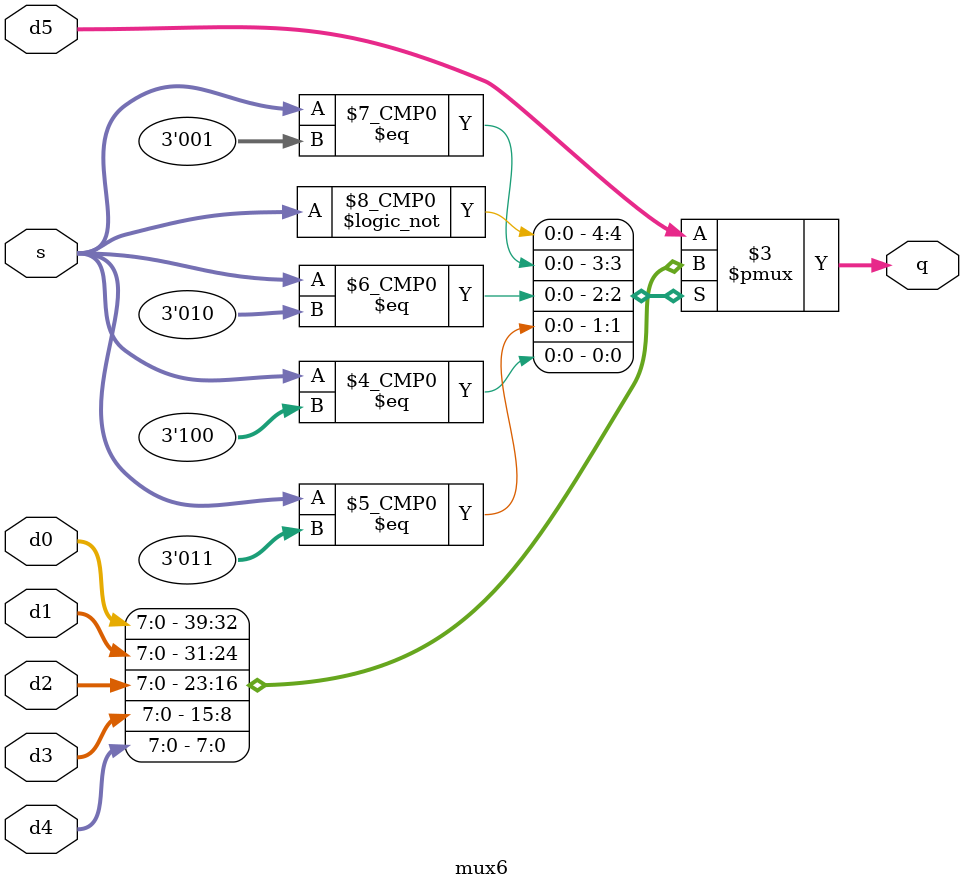
<source format=sv>
module mux6 #(
    parameter WIDTH = 8
) (
    input logic [WIDTH-1:0] d0,
    input logic [WIDTH-1:0] d1,
    input logic [WIDTH-1:0] d2,
    input logic [WIDTH-1:0] d3,
    input logic [WIDTH-1:0] d4,
    input logic [WIDTH-1:0] d5,

    input  logic [      2:0] s,
    output logic [WIDTH-1:0] q
);

  always_comb begin
    case (s)
      3'b000:  q = d0;
      3'b001:  q = d1;
      3'b010:  q = d2;
      3'b011:  q = d3;
      3'b100:  q = d4;
      default: q = d5;
    endcase
  end
endmodule

</source>
